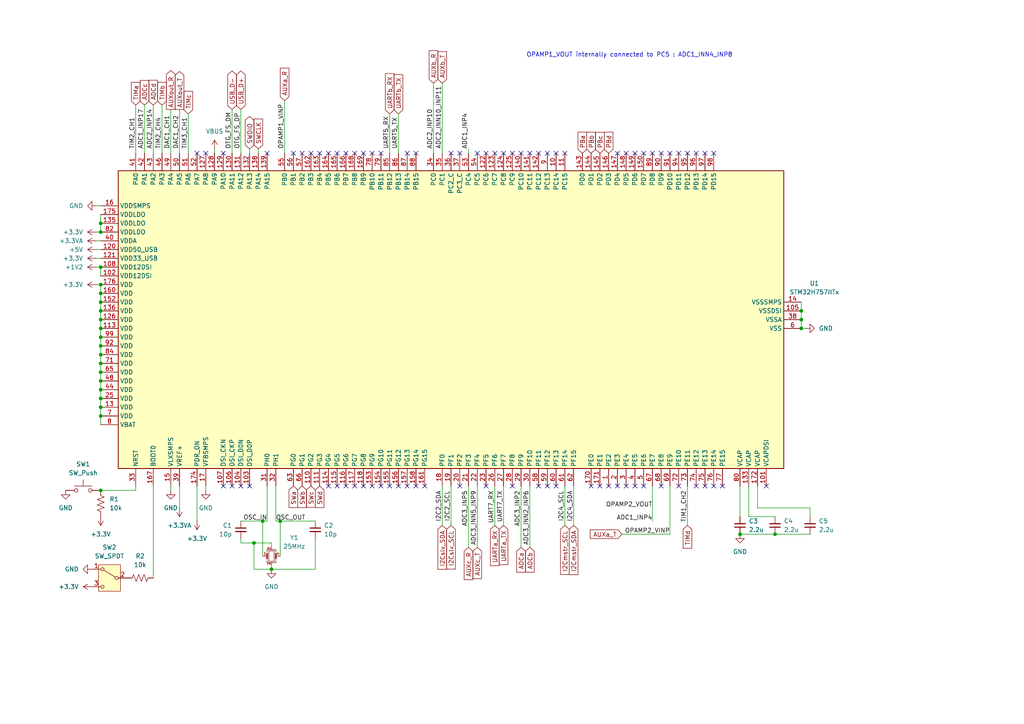
<source format=kicad_sch>
(kicad_sch (version 20250114) (generator "eeschema") (generator_version "9.0")
  (paper "A4")
  (lib_symbols
    (symbol "Device:C_Small" (pin_numbers (hide yes)) (pin_names (offset 0.254) (hide yes))
      (property "Reference" "C" (at 0.254 1.778 0))
      (property "Value" "C_Small" (at 0.254 -2.032 0))
      (symbol "C_Small_0_1"
        (polyline (pts (xy -1.524 0.508) (xy 1.524 0.508)) (stroke (width 0.3048)))
        (polyline (pts (xy -1.524 -0.508) (xy 1.524 -0.508)) (stroke (width 0.3302)))
      )
      (symbol "C_Small_1_1"
        (pin passive line (at 0 2.54 270) (length 2.032) (name "~") (number "1"))
        (pin passive line (at 0 -2.54 90) (length 2.032) (name "~") (number "2"))
      )
    )
    (symbol "Device:Crystal_GND23_Small" (pin_names (offset 1.016) (hide yes))
      (property "Reference" "Y" (at 1.27 4.445 0))
      (property "Value" "Crystal_GND23_Small" (at 1.27 2.54 0))
      (symbol "Crystal_GND23_Small_0_1"
        (polyline (pts (xy -1.27 1.27) (xy -1.27 1.905) (xy 1.27 1.905) (xy 1.27 1.27)))
        (polyline (pts (xy -1.27 -0.762) (xy -1.27 0.762)) (stroke (width 0.381)))
        (polyline (pts (xy -1.27 -1.27) (xy -1.27 -1.905) (xy 1.27 -1.905) (xy 1.27 -1.27)))
        (rectangle (start -0.762 -1.524) (end 0.762 1.524))
        (polyline (pts (xy 1.27 -0.762) (xy 1.27 0.762)) (stroke (width 0.381)))
      )
      (symbol "Crystal_GND23_Small_1_1"
        (pin passive line (at -2.54 0 0) (length 1.27) (name "1") (number "1"))
        (pin passive line (at 0 2.54 270) (length 0.635) (name "3") (number "3"))
        (pin passive line (at 0 -2.54 90) (length 0.635) (name "2") (number "2"))
        (pin passive line (at 2.54 0 180) (length 1.27) (name "4") (number "4"))
      )
    )
    (symbol "Device:R_US" (pin_numbers (hide yes)) (pin_names (offset 0))
      (property "Reference" "R" (at 2.54 0 90))
      (property "Value" "R_US" (at -2.54 0 90))
      (symbol "R_US_0_1"
        (polyline (pts (xy 0 2.286) (xy 0 2.54)))
        (polyline (pts (xy 0 2.286) (xy 1.016 1.905) (xy 0 1.524) (xy -1.016 1.143) (xy 0 0.762)))
        (polyline (pts (xy 0 0.762) (xy 1.016 0.381) (xy 0 0) (xy -1.016 -0.381) (xy 0 -0.762)))
        (polyline (pts (xy 0 -0.762) (xy 1.016 -1.143) (xy 0 -1.524) (xy -1.016 -1.905) (xy 0 -2.286)))
        (polyline (pts (xy 0 -2.286) (xy 0 -2.54)))
      )
      (symbol "R_US_1_1"
        (pin passive line (at 0 3.81 270) (length 1.27) (name "~") (number "1"))
        (pin passive line (at 0 -3.81 90) (length 1.27) (name "~") (number "2"))
      )
    )
    (symbol "MCU_ST_STM32H7:STM32H757IITx"
      (property "Reference" "U" (at -43.18 97.79 0))
      (property "Value" "STM32H757IITx" (at 35.56 97.79 0))
      (symbol "STM32H757IITx_0_1"
        (rectangle (start -43.18 -96.52) (end 43.18 96.52) (stroke (width 0.254)) (fill (type background)))
      )
      (symbol "STM32H757IITx_1_1"
        (pin input line (at -48.26 91.44 0) (length 5.08) (name "NRST") (number "33"))
        (pin input line (at -48.26 86.36 0) (length 5.08) (name "BOOT0") (number "167"))
        (pin power_in line (at -48.26 81.28 0) (length 5.08) (name "VLXSMPS") (number "15"))
        (pin input line (at -48.26 78.74 0) (length 5.08) (name "VREF+") (number "39"))
        (pin input line (at -48.26 73.66 0) (length 5.08) (name "PDR_ON") (number "174"))
        (pin input line (at -48.26 71.12 0) (length 5.08) (name "VFBSMPS") (number "17"))
        (pin bidirectional line (at -48.26 66.04 0) (length 5.08) (name "DSI_CKN") (number "107"))
        (pin bidirectional line (at -48.26 63.5 0) (length 5.08) (name "DSI_CKP") (number "106"))
        (pin bidirectional line (at -48.26 60.96 0) (length 5.08) (name "DSI_D0N") (number "104"))
        (pin bidirectional line (at -48.26 58.42 0) (length 5.08) (name "DSI_D0P") (number "103"))
        (pin bidirectional line (at -48.26 53.34 0) (length 5.08) (name "PH0") (number "31"))
        (pin bidirectional line (at -48.26 50.8 0) (length 5.08) (name "PH1") (number "32"))
        (pin bidirectional line (at -48.26 45.72 0) (length 5.08) (name "PG0") (number "63"))
        (pin bidirectional line (at -48.26 43.18 0) (length 5.08) (name "PG1") (number "66"))
        (pin bidirectional line (at -48.26 40.64 0) (length 5.08) (name "PG2") (number "110"))
        (pin bidirectional line (at -48.26 38.1 0) (length 5.08) (name "PG3") (number "111"))
        (pin bidirectional line (at -48.26 35.56 0) (length 5.08) (name "PG4") (number "114"))
        (pin bidirectional line (at -48.26 33.02 0) (length 5.08) (name "PG5") (number "115"))
        (pin bidirectional line (at -48.26 30.48 0) (length 5.08) (name "PG6") (number "116"))
        (pin bidirectional line (at -48.26 27.94 0) (length 5.08) (name "PG7") (number "117"))
        (pin bidirectional line (at -48.26 25.4 0) (length 5.08) (name "PG8") (number "118"))
        (pin bidirectional line (at -48.26 22.86 0) (length 5.08) (name "PG9") (number "153"))
        (pin bidirectional line (at -48.26 20.32 0) (length 5.08) (name "PG10") (number "154"))
        (pin bidirectional line (at -48.26 17.78 0) (length 5.08) (name "PG11") (number "155"))
        (pin bidirectional line (at -48.26 15.24 0) (length 5.08) (name "PG12") (number "156"))
        (pin bidirectional line (at -48.26 12.7 0) (length 5.08) (name "PG13") (number "157"))
        (pin bidirectional line (at -48.26 10.16 0) (length 5.08) (name "PG14") (number "158"))
        (pin bidirectional line (at -48.26 7.62 0) (length 5.08) (name "PG15") (number "161"))
        (pin bidirectional line (at -48.26 2.54 0) (length 5.08) (name "PF0") (number "18"))
        (pin bidirectional line (at -48.26 0 0) (length 5.08) (name "PF1") (number "19"))
        (pin bidirectional line (at -48.26 -2.54 0) (length 5.08) (name "PF2") (number "20"))
        (pin bidirectional line (at -48.26 -5.08 0) (length 5.08) (name "PF3") (number "21"))
        (pin bidirectional line (at -48.26 -7.62 0) (length 5.08) (name "PF4") (number "22"))
        (pin bidirectional line (at -48.26 -10.16 0) (length 5.08) (name "PF5") (number "23"))
        (pin bidirectional line (at -48.26 -12.7 0) (length 5.08) (name "PF6") (number "26"))
        (pin bidirectional line (at -48.26 -15.24 0) (length 5.08) (name "PF7") (number "27"))
        (pin bidirectional line (at -48.26 -17.78 0) (length 5.08) (name "PF8") (number "28"))
        (pin bidirectional line (at -48.26 -20.32 0) (length 5.08) (name "PF9") (number "29"))
        (pin bidirectional line (at -48.26 -22.86 0) (length 5.08) (name "PF10") (number "30"))
        (pin bidirectional line (at -48.26 -25.4 0) (length 5.08) (name "PF11") (number "58"))
        (pin bidirectional line (at -48.26 -27.94 0) (length 5.08) (name "PF12") (number "59"))
        (pin bidirectional line (at -48.26 -30.48 0) (length 5.08) (name "PF13") (number "60"))
        (pin bidirectional line (at -48.26 -33.02 0) (length 5.08) (name "PF14") (number "61"))
        (pin bidirectional line (at -48.26 -35.56 0) (length 5.08) (name "PF15") (number "62"))
        (pin bidirectional line (at -48.26 -40.64 0) (length 5.08) (name "PE0") (number "170"))
        (pin bidirectional line (at -48.26 -43.18 0) (length 5.08) (name "PE1") (number "171"))
        (pin bidirectional line (at -48.26 -45.72 0) (length 5.08) (name "PE2") (number "1"))
        (pin bidirectional line (at -48.26 -48.26 0) (length 5.08) (name "PE3") (number "2"))
        (pin bidirectional line (at -48.26 -50.8 0) (length 5.08) (name "PE4") (number "3"))
        (pin bidirectional line (at -48.26 -53.34 0) (length 5.08) (name "PE5") (number "4"))
        (pin bidirectional line (at -48.26 -55.88 0) (length 5.08) (name "PE6") (number "5"))
        (pin bidirectional line (at -48.26 -58.42 0) (length 5.08) (name "PE7") (number "67"))
        (pin bidirectional line (at -48.26 -60.96 0) (length 5.08) (name "PE8") (number "68"))
        (pin bidirectional line (at -48.26 -63.5 0) (length 5.08) (name "PE9") (number "69"))
        (pin bidirectional line (at -48.26 -66.04 0) (length 5.08) (name "PE10") (number "72"))
        (pin bidirectional line (at -48.26 -68.58 0) (length 5.08) (name "PE11") (number "73"))
        (pin bidirectional line (at -48.26 -71.12 0) (length 5.08) (name "PE12") (number "74"))
        (pin bidirectional line (at -48.26 -73.66 0) (length 5.08) (name "PE13") (number "75"))
        (pin bidirectional line (at -48.26 -76.2 0) (length 5.08) (name "PE14") (number "76"))
        (pin bidirectional line (at -48.26 -78.74 0) (length 5.08) (name "PE15") (number "77"))
        (pin power_out line (at -48.26 -83.82 0) (length 5.08) (name "VCAP") (number "80"))
        (pin power_out line (at -48.26 -86.36 0) (length 5.08) (name "VCAP") (number "133"))
        (pin power_out line (at -48.26 -88.9 0) (length 5.08) (name "VCAP") (number "172"))
        (pin power_out line (at -48.26 -91.44 0) (length 5.08) (name "VCAPDSI") (number "101"))
        (pin power_in line (at -30.48 101.6 270) (length 5.08) (name "VBAT") (number "8"))
        (pin power_in line (at -27.94 101.6 270) (length 5.08) (name "VDD") (number "7"))
        (pin power_in line (at -25.4 101.6 270) (length 5.08) (name "VDD") (number "13"))
        (pin power_in line (at -22.86 101.6 270) (length 5.08) (name "VDD") (number "25"))
        (pin power_in line (at -20.32 101.6 270) (length 5.08) (name "VDD") (number "44"))
        (pin power_in line (at -17.78 101.6 270) (length 5.08) (name "VDD") (number "48"))
        (pin power_in line (at -15.24 101.6 270) (length 5.08) (name "VDD") (number "65"))
        (pin power_in line (at -12.7 101.6 270) (length 5.08) (name "VDD") (number "71"))
        (pin power_in line (at -10.16 101.6 270) (length 5.08) (name "VDD") (number "84"))
        (pin power_in line (at -7.62 101.6 270) (length 5.08) (name "VDD") (number "92"))
        (pin power_in line (at -5.08 101.6 270) (length 5.08) (name "VDD") (number "99"))
        (pin power_in line (at -2.54 101.6 270) (length 5.08) (name "VDD") (number "113"))
        (pin passive line (at -2.54 -101.6 90) (length 5.08) (hide yes) (name "VSS") (number "100"))
        (pin passive line (at -2.54 -101.6 90) (length 5.08) (hide yes) (name "VSS") (number "112"))
        (pin passive line (at -2.54 -101.6 90) (length 5.08) (hide yes) (name "VSS") (number "119"))
        (pin passive line (at -2.54 -101.6 90) (length 5.08) (hide yes) (name "VSS") (number "12"))
        (pin passive line (at -2.54 -101.6 90) (length 5.08) (hide yes) (name "VSS") (number "134"))
        (pin passive line (at -2.54 -101.6 90) (length 5.08) (hide yes) (name "VSS") (number "137"))
        (pin passive line (at -2.54 -101.6 90) (length 5.08) (hide yes) (name "VSS") (number "151"))
        (pin passive line (at -2.54 -101.6 90) (length 5.08) (hide yes) (name "VSS") (number "159"))
        (pin passive line (at -2.54 -101.6 90) (length 5.08) (hide yes) (name "VSS") (number "173"))
        (pin passive line (at -2.54 -101.6 90) (length 5.08) (hide yes) (name "VSS") (number "24"))
        (pin passive line (at -2.54 -101.6 90) (length 5.08) (hide yes) (name "VSS") (number "45"))
        (pin passive line (at -2.54 -101.6 90) (length 5.08) (hide yes) (name "VSS") (number "47"))
        (pin power_in line (at -2.54 -101.6 90) (length 5.08) (name "VSS") (number "6"))
        (pin passive line (at -2.54 -101.6 90) (length 5.08) (hide yes) (name "VSS") (number "64"))
        (pin passive line (at -2.54 -101.6 90) (length 5.08) (hide yes) (name "VSS") (number "70"))
        (pin passive line (at -2.54 -101.6 90) (length 5.08) (hide yes) (name "VSS") (number "81"))
        (pin passive line (at -2.54 -101.6 90) (length 5.08) (hide yes) (name "VSS") (number "83"))
        (pin passive line (at -2.54 -101.6 90) (length 5.08) (hide yes) (name "VSS") (number "93"))
        (pin power_in line (at 0 101.6 270) (length 5.08) (name "VDD") (number "126"))
        (pin power_in line (at 0 -101.6 90) (length 5.08) (name "VSSA") (number "38"))
        (pin power_in line (at 2.54 101.6 270) (length 5.08) (name "VDD") (number "136"))
        (pin power_in line (at 2.54 -101.6 90) (length 5.08) (name "VSSDSI") (number "105"))
        (pin passive line (at 2.54 -101.6 90) (length 5.08) (hide yes) (name "VSSDSI") (number "109"))
        (pin power_in line (at 5.08 101.6 270) (length 5.08) (name "VDD") (number "152"))
        (pin power_in line (at 5.08 -101.6 90) (length 5.08) (name "VSSSMPS") (number "14"))
        (pin power_in line (at 7.62 101.6 270) (length 5.08) (name "VDD") (number "160"))
        (pin power_in line (at 10.16 101.6 270) (length 5.08) (name "VDD") (number "176"))
        (pin power_in line (at 12.7 101.6 270) (length 5.08) (name "VDD12DSI") (number "102"))
        (pin power_in line (at 15.24 101.6 270) (length 5.08) (name "VDD12DSI") (number "108"))
        (pin power_in line (at 17.78 101.6 270) (length 5.08) (name "VDD33_USB") (number "121"))
        (pin power_in line (at 20.32 101.6 270) (length 5.08) (name "VDD50_USB") (number "120"))
        (pin power_in line (at 22.86 101.6 270) (length 5.08) (name "VDDA") (number "40"))
        (pin power_in line (at 25.4 101.6 270) (length 5.08) (name "VDDLDO") (number "82"))
        (pin power_in line (at 27.94 101.6 270) (length 5.08) (name "VDDLDO") (number "135"))
        (pin power_in line (at 30.48 101.6 270) (length 5.08) (name "VDDLDO") (number "175"))
        (pin power_in line (at 33.02 101.6 270) (length 5.08) (name "VDDSMPS") (number "16"))
        (pin bidirectional line (at 48.26 91.44 180) (length 5.08) (name "PA0") (number "41"))
        (pin bidirectional line (at 48.26 88.9 180) (length 5.08) (name "PA1") (number "42"))
        (pin bidirectional line (at 48.26 86.36 180) (length 5.08) (name "PA2") (number "43"))
        (pin bidirectional line (at 48.26 83.82 180) (length 5.08) (name "PA3") (number "46"))
        (pin bidirectional line (at 48.26 81.28 180) (length 5.08) (name "PA4") (number "49"))
        (pin bidirectional line (at 48.26 78.74 180) (length 5.08) (name "PA5") (number "50"))
        (pin bidirectional line (at 48.26 76.2 180) (length 5.08) (name "PA6") (number "51"))
        (pin bidirectional line (at 48.26 73.66 180) (length 5.08) (name "PA7") (number "52"))
        (pin bidirectional line (at 48.26 71.12 180) (length 5.08) (name "PA8") (number "127"))
        (pin bidirectional line (at 48.26 68.58 180) (length 5.08) (name "PA9") (number "128"))
        (pin bidirectional line (at 48.26 66.04 180) (length 5.08) (name "PA10") (number "129"))
        (pin bidirectional line (at 48.26 63.5 180) (length 5.08) (name "PA11") (number "130"))
        (pin bidirectional line (at 48.26 60.96 180) (length 5.08) (name "PA12") (number "131"))
        (pin bidirectional line (at 48.26 58.42 180) (length 5.08) (name "PA13") (number "132"))
        (pin bidirectional line (at 48.26 55.88 180) (length 5.08) (name "PA14") (number "138"))
        (pin bidirectional line (at 48.26 53.34 180) (length 5.08) (name "PA15") (number "139"))
        (pin bidirectional line (at 48.26 48.26 180) (length 5.08) (name "PB0") (number "55"))
        (pin bidirectional line (at 48.26 45.72 180) (length 5.08) (name "PB1") (number "56"))
        (pin bidirectional line (at 48.26 43.18 180) (length 5.08) (name "PB2") (number "57"))
        (pin bidirectional line (at 48.26 40.64 180) (length 5.08) (name "PB3") (number "162"))
        (pin bidirectional line (at 48.26 38.1 180) (length 5.08) (name "PB4") (number "163"))
        (pin bidirectional line (at 48.26 35.56 180) (length 5.08) (name "PB5") (number "164"))
        (pin bidirectional line (at 48.26 33.02 180) (length 5.08) (name "PB6") (number "165"))
        (pin bidirectional line (at 48.26 30.48 180) (length 5.08) (name "PB7") (number "166"))
        (pin bidirectional line (at 48.26 27.94 180) (length 5.08) (name "PB8") (number "168"))
        (pin bidirectional line (at 48.26 25.4 180) (length 5.08) (name "PB9") (number "169"))
        (pin bidirectional line (at 48.26 22.86 180) (length 5.08) (name "PB10") (number "78"))
        (pin bidirectional line (at 48.26 20.32 180) (length 5.08) (name "PB11") (number "79"))
        (pin bidirectional line (at 48.26 17.78 180) (length 5.08) (name "PB12") (number "85"))
        (pin bidirectional line (at 48.26 15.24 180) (length 5.08) (name "PB13") (number "86"))
        (pin bidirectional line (at 48.26 12.7 180) (length 5.08) (name "PB14") (number "87"))
        (pin bidirectional line (at 48.26 10.16 180) (length 5.08) (name "PB15") (number "88"))
        (pin bidirectional line (at 48.26 5.08 180) (length 5.08) (name "PC0") (number "34"))
        (pin bidirectional line (at 48.26 2.54 180) (length 5.08) (name "PC1") (number "35"))
        (pin bidirectional line (at 48.26 0 180) (length 5.08) (name "PC2_C") (number "36"))
        (pin bidirectional line (at 48.26 -2.54 180) (length 5.08) (name "PC3_C") (number "37"))
        (pin bidirectional line (at 48.26 -5.08 180) (length 5.08) (name "PC4") (number "53"))
        (pin bidirectional line (at 48.26 -7.62 180) (length 5.08) (name "PC5") (number "54"))
        (pin bidirectional line (at 48.26 -10.16 180) (length 5.08) (name "PC6") (number "122"))
        (pin bidirectional line (at 48.26 -12.7 180) (length 5.08) (name "PC7") (number "123"))
        (pin bidirectional line (at 48.26 -15.24 180) (length 5.08) (name "PC8") (number "124"))
        (pin bidirectional line (at 48.26 -17.78 180) (length 5.08) (name "PC9") (number "125"))
        (pin bidirectional line (at 48.26 -20.32 180) (length 5.08) (name "PC10") (number "140"))
        (pin bidirectional line (at 48.26 -22.86 180) (length 5.08) (name "PC11") (number "141"))
        (pin bidirectional line (at 48.26 -25.4 180) (length 5.08) (name "PC12") (number "142"))
        (pin bidirectional line (at 48.26 -27.94 180) (length 5.08) (name "PC13") (number "9"))
        (pin bidirectional line (at 48.26 -30.48 180) (length 5.08) (name "PC14") (number "10"))
        (pin bidirectional line (at 48.26 -33.02 180) (length 5.08) (name "PC15") (number "11"))
        (pin bidirectional line (at 48.26 -38.1 180) (length 5.08) (name "PD0") (number "143"))
        (pin bidirectional line (at 48.26 -40.64 180) (length 5.08) (name "PD1") (number "144"))
        (pin bidirectional line (at 48.26 -43.18 180) (length 5.08) (name "PD2") (number "145"))
        (pin bidirectional line (at 48.26 -45.72 180) (length 5.08) (name "PD3") (number "146"))
        (pin bidirectional line (at 48.26 -48.26 180) (length 5.08) (name "PD4") (number "147"))
        (pin bidirectional line (at 48.26 -50.8 180) (length 5.08) (name "PD5") (number "148"))
        (pin bidirectional line (at 48.26 -53.34 180) (length 5.08) (name "PD6") (number "149"))
        (pin bidirectional line (at 48.26 -55.88 180) (length 5.08) (name "PD7") (number "150"))
        (pin bidirectional line (at 48.26 -58.42 180) (length 5.08) (name "PD8") (number "89"))
        (pin bidirectional line (at 48.26 -60.96 180) (length 5.08) (name "PD9") (number "90"))
        (pin bidirectional line (at 48.26 -63.5 180) (length 5.08) (name "PD10") (number "91"))
        (pin bidirectional line (at 48.26 -66.04 180) (length 5.08) (name "PD11") (number "94"))
        (pin bidirectional line (at 48.26 -68.58 180) (length 5.08) (name "PD12") (number "95"))
        (pin bidirectional line (at 48.26 -71.12 180) (length 5.08) (name "PD13") (number "96"))
        (pin bidirectional line (at 48.26 -73.66 180) (length 5.08) (name "PD14") (number "97"))
        (pin bidirectional line (at 48.26 -76.2 180) (length 5.08) (name "PD15") (number "98"))
      )
    )
    (symbol "Switch:SW_Push" (pin_numbers (hide yes)) (pin_names (offset 1.016) (hide yes))
      (property "Reference" "SW" (at 1.27 2.54 0))
      (property "Value" "SW_Push" (at 0 -1.524 0))
      (symbol "SW_Push_0_1"
        (circle (center -2.032 0) (radius 0.508))
        (polyline (pts (xy 0 1.27) (xy 0 3.048)))
        (circle (center 2.032 0) (radius 0.508))
        (polyline (pts (xy 2.54 1.27) (xy -2.54 1.27)))
        (pin passive line (at -5.08 0 0) (length 2.54) (name "1") (number "1"))
        (pin passive line (at 5.08 0 180) (length 2.54) (name "2") (number "2"))
      )
    )
    (symbol "Switch:SW_SPDT" (pin_names (offset 0) (hide yes))
      (property "Reference" "SW" (at 0 5.08 0))
      (property "Value" "SW_SPDT" (at 0 -5.08 0))
      (symbol "SW_SPDT_0_1"
        (circle (center -2.032 0) (radius 0.4572))
        (polyline (pts (xy -1.651 0.254) (xy 1.651 2.286)))
        (circle (center 2.032 2.54) (radius 0.4572))
        (circle (center 2.032 -2.54) (radius 0.4572))
      )
      (symbol "SW_SPDT_1_1"
        (rectangle (start -3.175 3.81) (end 3.175 -3.81) (fill (type background)))
        (pin passive line (at -5.08 0 0) (length 2.54) (name "B") (number "2"))
        (pin passive line (at 5.08 2.54 180) (length 2.54) (name "A") (number "1"))
        (pin passive line (at 5.08 -2.54 180) (length 2.54) (name "C") (number "3"))
      )
    )
    (symbol "power:+1V2" (power) (pin_numbers (hide yes)) (pin_names (offset 0) (hide yes))
      (property "Value" "+1V2" (at 0 3.556 0))
      (symbol "+1V2_0_1"
        (polyline (pts (xy -0.762 1.27) (xy 0 2.54)))
        (polyline (pts (xy 0 2.54) (xy 0.762 1.27)))
        (polyline (pts (xy 0 0) (xy 0 2.54)))
      )
      (symbol "+1V2_1_1"
        (pin power_in line (at 0 0 90) (length 0) (name "~") (number "1"))
      )
    )
    (symbol "power:+3.3V" (power) (pin_numbers (hide yes)) (pin_names (offset 0) (hide yes))
      (property "Value" "+3.3V" (at 0 3.556 0))
      (symbol "+3.3V_0_1"
        (polyline (pts (xy -0.762 1.27) (xy 0 2.54)))
        (polyline (pts (xy 0 2.54) (xy 0.762 1.27)))
        (polyline (pts (xy 0 0) (xy 0 2.54)))
      )
      (symbol "+3.3V_1_1"
        (pin power_in line (at 0 0 90) (length 0) (name "~") (number "1"))
      )
    )
    (symbol "power:+3.3VA" (power) (pin_numbers (hide yes)) (pin_names (offset 0) (hide yes))
      (property "Value" "+3.3VA" (at 0 3.556 0))
      (symbol "+3.3VA_0_1"
        (polyline (pts (xy -0.762 1.27) (xy 0 2.54)))
        (polyline (pts (xy 0 2.54) (xy 0.762 1.27)))
        (polyline (pts (xy 0 0) (xy 0 2.54)))
      )
      (symbol "+3.3VA_1_1"
        (pin power_in line (at 0 0 90) (length 0) (name "~") (number "1"))
      )
    )
    (symbol "power:+5V" (power) (pin_numbers (hide yes)) (pin_names (offset 0) (hide yes))
      (property "Value" "+5V" (at 0 3.556 0))
      (symbol "+5V_0_1"
        (polyline (pts (xy -0.762 1.27) (xy 0 2.54)))
        (polyline (pts (xy 0 2.54) (xy 0.762 1.27)))
        (polyline (pts (xy 0 0) (xy 0 2.54)))
      )
      (symbol "+5V_1_1"
        (pin power_in line (at 0 0 90) (length 0) (name "~") (number "1"))
      )
    )
    (symbol "power:GND" (power) (pin_numbers (hide yes)) (pin_names (offset 0) (hide yes))
      (property "Value" "GND" (at 0 -3.81 0))
      (symbol "GND_0_1"
        (polyline (pts (xy 0 0) (xy 0 -1.27) (xy 1.27 -1.27) (xy 0 -2.54) (xy -1.27 -1.27) (xy 0 -1.27)))
      )
      (symbol "GND_1_1"
        (pin power_in line (at 0 0 270) (length 0) (name "~") (number "1"))
      )
    )
    (symbol "power:VBUS" (power) (pin_numbers (hide yes)) (pin_names (offset 0) (hide yes))
      (property "Value" "VBUS" (at 0 3.556 0))
      (symbol "VBUS_0_1"
        (polyline (pts (xy -0.762 1.27) (xy 0 2.54)))
        (polyline (pts (xy 0 2.54) (xy 0.762 1.27)))
        (polyline (pts (xy 0 0) (xy 0 2.54)))
      )
      (symbol "VBUS_1_1"
        (pin power_in line (at 0 0 90) (length 0) (name "~") (number "1"))
      )
    )
  )
  (text "OPAMP1_VOUT internally connected to PC5 : ADC1_INN4_INP8" (at 152.654 16.002 0) (effects (font (size 1.27 1.27)) (justify left)))
  (junction (at 29.21 120.65))
  (junction (at 29.21 97.79))
  (junction (at 29.21 85.09))
  (junction (at 73.66 157.48))
  (junction (at 29.21 64.77))
  (junction (at 29.21 118.11))
  (junction (at 29.21 102.87))
  (junction (at 224.79 154.94))
  (junction (at 232.41 92.71))
  (junction (at 78.74 165.1))
  (junction (at 29.21 92.71))
  (junction (at 29.21 110.49))
  (junction (at 29.21 107.95))
  (junction (at 29.21 90.17))
  (junction (at 232.41 90.17))
  (junction (at 214.63 154.94))
  (junction (at 29.21 95.25))
  (junction (at 232.41 95.25))
  (junction (at 29.21 87.63))
  (junction (at 29.21 113.03))
  (junction (at 29.21 115.57))
  (junction (at 29.21 142.24))
  (junction (at 29.21 105.41))
  (junction (at 29.21 77.47))
  (junction (at 81.28 151.13))
  (junction (at 29.21 100.33))
  (junction (at 76.2 151.13))
  (junction (at 29.21 67.31))
  (junction (at 29.21 82.55))
  (no_connect (at 90.17 44.45))
  (no_connect (at 171.45 140.97))
  (no_connect (at 201.93 140.97))
  (no_connect (at 105.41 140.97))
  (no_connect (at 113.03 140.97))
  (no_connect (at 209.55 140.97))
  (no_connect (at 105.41 44.45))
  (no_connect (at 146.05 44.45))
  (no_connect (at 163.83 44.45))
  (no_connect (at 107.95 140.97))
  (no_connect (at 196.85 140.97))
  (no_connect (at 140.97 44.45))
  (no_connect (at 92.71 44.45))
  (no_connect (at 148.59 140.97))
  (no_connect (at 181.61 44.45))
  (no_connect (at 64.77 44.45))
  (no_connect (at 181.61 140.97))
  (no_connect (at 161.29 44.45))
  (no_connect (at 184.15 44.45))
  (no_connect (at 207.01 44.45))
  (no_connect (at 158.75 140.97))
  (no_connect (at 95.25 44.45))
  (no_connect (at 176.53 140.97))
  (no_connect (at 179.07 44.45))
  (no_connect (at 72.39 140.97))
  (no_connect (at 207.01 140.97))
  (no_connect (at 204.47 44.45))
  (no_connect (at 77.47 44.45))
  (no_connect (at 196.85 44.45))
  (no_connect (at 118.11 44.45))
  (no_connect (at 173.99 140.97))
  (no_connect (at 133.35 44.45))
  (no_connect (at 140.97 140.97))
  (no_connect (at 201.93 44.45))
  (no_connect (at 138.43 44.45))
  (no_connect (at 153.67 44.45))
  (no_connect (at 67.31 140.97))
  (no_connect (at 100.33 140.97))
  (no_connect (at 110.49 44.45))
  (no_connect (at 107.95 44.45))
  (no_connect (at 199.39 44.45))
  (no_connect (at 69.85 140.97))
  (no_connect (at 102.87 140.97))
  (no_connect (at 123.19 140.97))
  (no_connect (at 222.25 140.97))
  (no_connect (at 95.25 140.97))
  (no_connect (at 118.11 140.97))
  (no_connect (at 97.79 44.45))
  (no_connect (at 191.77 44.45))
  (no_connect (at 120.65 44.45))
  (no_connect (at 179.07 140.97))
  (no_connect (at 115.57 140.97))
  (no_connect (at 189.23 44.45))
  (no_connect (at 87.63 44.45))
  (no_connect (at 102.87 44.45))
  (no_connect (at 110.49 140.97))
  (no_connect (at 97.79 140.97))
  (no_connect (at 120.65 140.97))
  (no_connect (at 158.75 44.45))
  (no_connect (at 151.13 44.45))
  (no_connect (at 186.69 140.97))
  (no_connect (at 186.69 44.45))
  (no_connect (at 133.35 140.97))
  (no_connect (at 194.31 44.45))
  (no_connect (at 204.47 140.97))
  (no_connect (at 143.51 44.45))
  (no_connect (at 64.77 140.97))
  (no_connect (at 148.59 44.45))
  (no_connect (at 57.15 44.45))
  (no_connect (at 156.21 44.45))
  (no_connect (at 156.21 140.97))
  (no_connect (at 184.15 140.97))
  (no_connect (at 130.81 44.45))
  (no_connect (at 59.69 44.45))
  (no_connect (at 161.29 140.97))
  (no_connect (at 100.33 44.45))
  (no_connect (at 85.09 44.45))
  (no_connect (at 191.77 140.97))
  (wire (pts (xy 91.44 156.21) (xy 91.44 165.1)))
  (wire (pts (xy 166.37 152.4) (xy 166.37 140.97)))
  (wire (pts (xy 29.21 110.49) (xy 29.21 113.03)))
  (wire (pts (xy 115.57 33.02) (xy 115.57 44.45)))
  (wire (pts (xy 189.23 140.97) (xy 189.23 151.13)))
  (wire (pts (xy 49.53 142.24) (xy 49.53 140.97)))
  (wire (pts (xy 29.21 64.77) (xy 29.21 67.31)))
  (wire (pts (xy 39.37 30.48) (xy 39.37 44.45)))
  (wire (pts (xy 74.93 43.18) (xy 74.93 44.45)))
  (wire (pts (xy 135.89 140.97) (xy 135.89 158.75)))
  (wire (pts (xy 29.21 102.87) (xy 29.21 105.41)))
  (wire (pts (xy 67.31 31.75) (xy 67.31 44.45)))
  (wire (pts (xy 113.03 33.02) (xy 113.03 44.45)))
  (wire (pts (xy 29.21 77.47) (xy 29.21 80.01)))
  (wire (pts (xy 78.74 165.1) (xy 78.74 163.83)))
  (wire (pts (xy 69.85 151.13) (xy 76.2 151.13)))
  (wire (pts (xy 91.44 165.1) (xy 78.74 165.1)))
  (wire (pts (xy 76.2 151.13) (xy 76.2 161.29)))
  (wire (pts (xy 77.47 151.13) (xy 76.2 151.13)))
  (wire (pts (xy 80.01 140.97) (xy 80.01 151.13)))
  (wire (pts (xy 27.94 59.69) (xy 29.21 59.69)))
  (wire (pts (xy 151.13 140.97) (xy 151.13 158.75)))
  (wire (pts (xy 44.45 140.97) (xy 44.45 167.64)))
  (wire (pts (xy 125.73 24.13) (xy 125.73 44.45)))
  (wire (pts (xy 232.41 90.17) (xy 232.41 87.63)))
  (wire (pts (xy 29.21 62.23) (xy 29.21 64.77)))
  (wire (pts (xy 29.21 105.41) (xy 29.21 107.95)))
  (wire (pts (xy 78.74 157.48) (xy 78.74 158.75)))
  (wire (pts (xy 135.89 43.18) (xy 135.89 44.45)))
  (wire (pts (xy 163.83 140.97) (xy 163.83 152.4)))
  (wire (pts (xy 233.68 95.25) (xy 232.41 95.25)))
  (wire (pts (xy 27.94 82.55) (xy 29.21 82.55)))
  (wire (pts (xy 130.81 152.4) (xy 130.81 140.97)))
  (wire (pts (xy 52.07 147.32) (xy 52.07 140.97)))
  (wire (pts (xy 217.17 140.97) (xy 217.17 149.86)))
  (wire (pts (xy 82.55 29.21) (xy 82.55 44.45)))
  (wire (pts (xy 91.44 151.13) (xy 81.28 151.13)))
  (wire (pts (xy 29.21 92.71) (xy 29.21 95.25)))
  (wire (pts (xy 73.66 157.48) (xy 73.66 165.1)))
  (wire (pts (xy 52.07 31.75) (xy 52.07 44.45)))
  (wire (pts (xy 27.94 77.47) (xy 29.21 77.47)))
  (wire (pts (xy 29.21 87.63) (xy 29.21 90.17)))
  (wire (pts (xy 199.39 152.4) (xy 199.39 140.97)))
  (wire (pts (xy 69.85 156.21) (xy 69.85 157.48)))
  (wire (pts (xy 44.45 30.48) (xy 44.45 44.45)))
  (wire (pts (xy 49.53 31.75) (xy 49.53 44.45)))
  (wire (pts (xy 138.43 140.97) (xy 138.43 158.75)))
  (wire (pts (xy 219.71 140.97) (xy 219.71 147.32)))
  (wire (pts (xy 214.63 140.97) (xy 214.63 149.86)))
  (wire (pts (xy 29.21 113.03) (xy 29.21 115.57)))
  (wire (pts (xy 29.21 82.55) (xy 29.21 85.09)))
  (wire (pts (xy 29.21 97.79) (xy 29.21 100.33)))
  (wire (pts (xy 54.61 33.02) (xy 54.61 44.45)))
  (wire (pts (xy 27.94 72.39) (xy 29.21 72.39)))
  (wire (pts (xy 224.79 154.94) (xy 234.95 154.94)))
  (wire (pts (xy 146.05 140.97) (xy 146.05 152.4)))
  (wire (pts (xy 29.21 118.11) (xy 29.21 120.65)))
  (wire (pts (xy 217.17 149.86) (xy 224.79 149.86)))
  (wire (pts (xy 39.37 142.24) (xy 39.37 140.97)))
  (wire (pts (xy 57.15 151.13) (xy 57.15 140.97)))
  (wire (pts (xy 29.21 95.25) (xy 29.21 97.79)))
  (wire (pts (xy 41.91 30.48) (xy 41.91 44.45)))
  (wire (pts (xy 232.41 92.71) (xy 232.41 90.17)))
  (wire (pts (xy 29.21 67.31) (xy 27.94 67.31)))
  (wire (pts (xy 29.21 120.65) (xy 29.21 123.19)))
  (wire (pts (xy 62.23 43.18) (xy 62.23 44.45)))
  (wire (pts (xy 128.27 24.13) (xy 128.27 44.45)))
  (wire (pts (xy 29.21 107.95) (xy 29.21 110.49)))
  (wire (pts (xy 69.85 31.75) (xy 69.85 44.45)))
  (wire (pts (xy 80.01 151.13) (xy 81.28 151.13)))
  (wire (pts (xy 69.85 157.48) (xy 73.66 157.48)))
  (wire (pts (xy 73.66 165.1) (xy 78.74 165.1)))
  (wire (pts (xy 234.95 147.32) (xy 234.95 149.86)))
  (wire (pts (xy 27.94 69.85) (xy 29.21 69.85)))
  (wire (pts (xy 128.27 140.97) (xy 128.27 152.4)))
  (wire (pts (xy 46.99 30.48) (xy 46.99 44.45)))
  (wire (pts (xy 29.21 142.24) (xy 39.37 142.24)))
  (wire (pts (xy 59.69 142.24) (xy 59.69 140.97)))
  (wire (pts (xy 72.39 43.18) (xy 72.39 44.45)))
  (wire (pts (xy 27.94 74.93) (xy 29.21 74.93)))
  (wire (pts (xy 81.28 151.13) (xy 81.28 161.29)))
  (wire (pts (xy 77.47 140.97) (xy 77.47 151.13)))
  (wire (pts (xy 194.31 154.94) (xy 194.31 140.97)))
  (wire (pts (xy 78.74 157.48) (xy 73.66 157.48)))
  (wire (pts (xy 219.71 147.32) (xy 234.95 147.32)))
  (wire (pts (xy 29.21 115.57) (xy 29.21 118.11)))
  (wire (pts (xy 153.67 158.75) (xy 153.67 140.97)))
  (wire (pts (xy 29.21 85.09) (xy 29.21 87.63)))
  (wire (pts (xy 143.51 140.97) (xy 143.51 152.4)))
  (wire (pts (xy 29.21 100.33) (xy 29.21 102.87)))
  (wire (pts (xy 232.41 95.25) (xy 232.41 92.71)))
  (wire (pts (xy 180.34 154.94) (xy 194.31 154.94)))
  (wire (pts (xy 214.63 154.94) (xy 224.79 154.94)))
  (wire (pts (xy 29.21 90.17) (xy 29.21 92.71)))
  (label "ADC3_INP2" (at 151.13 142.24 270))
  (label "I2C2_SCL" (at 130.81 142.24 270))
  (label "DAC1_CH2" (at 52.07 43.18 90))
  (label "TIM1_CH2" (at 199.39 142.24 270))
  (label "OPAMP2_VOUT" (at 189.23 147.32 180))
  (label "TIM3_CH1" (at 54.61 43.18 90))
  (label "ADC3_INN5_INP9" (at 138.43 142.24 270))
  (label "TIM2_CH4" (at 46.99 43.18 90))
  (label "TIM2_CH1" (at 39.37 43.18 90))
  (label "UART5_RX" (at 113.03 43.18 90))
  (label "OSC_OUT" (at 80.01 151.13 0))
  (label "ADC2_INP14" (at 44.45 43.18 90))
  (label "UART7_RX" (at 143.51 142.24 270))
  (label "UART5_TX" (at 115.57 43.18 90))
  (label "ADC3_INP5" (at 135.89 142.24 270))
  (label "OPAMP1_VINP" (at 82.55 43.18 90))
  (label "UART7_TX" (at 146.05 142.24 270))
  (label "DAC1_CH1" (at 49.53 43.18 90))
  (label "ADC2_INP10" (at 125.73 43.18 90))
  (label "OTG_FS_DM" (at 67.31 43.18 90))
  (label "OSC_IN" (at 77.47 151.13 180))
  (label "I2C4_SDA" (at 166.37 142.24 270))
  (label "OPAMP2_VINP" (at 194.31 154.94 180))
  (label "ADC2_INN10_INP11" (at 128.27 43.18 90))
  (label "OTG_FS_DP" (at 69.85 43.18 90))
  (label "ADC3_INN2_INP6" (at 153.67 142.24 270))
  (label "ADC1_INP4" (at 135.89 43.18 90))
  (label "I2C4_SCL" (at 163.83 142.24 270))
  (label "I2C2_SDA" (at 128.27 142.24 270))
  (label "ADC1_INP17" (at 41.91 43.18 90))
  (label "ADC1_INP4" (at 189.23 151.13 180))
  (global_label "TIMb" (shape input) (at 46.99 30.48 90) (property "Intersheetrefs" "${INTERSHEET_REFS}" (effects (hide yes))))
  (global_label "ADCd" (shape input) (at 44.45 30.48 90) (property "Intersheetrefs" "${INTERSHEET_REFS}" (effects (hide yes))))
  (global_label "UARTa_TX" (shape input) (at 146.05 152.4 270) (property "Intersheetrefs" "${INTERSHEET_REFS}" (effects (hide yes))))
  (global_label "AUXc_T" (shape input) (at 138.43 158.75 270) (property "Intersheetrefs" "${INTERSHEET_REFS}" (effects (hide yes))))
  (global_label "I2Cslv_SDA" (shape input) (at 128.27 152.4 270) (property "Intersheetrefs" "${INTERSHEET_REFS}" (effects (hide yes))))
  (global_label "AUXa_R" (shape input) (at 82.55 29.21 90) (property "Intersheetrefs" "${INTERSHEET_REFS}" (effects (hide yes))))
  (global_label "I2Cslv_SCL" (shape input) (at 130.81 152.4 270) (property "Intersheetrefs" "${INTERSHEET_REFS}" (effects (hide yes))))
  (global_label "SWCLK" (shape input) (at 74.93 43.18 90) (property "Intersheetrefs" "${INTERSHEET_REFS}" (effects (hide yes))))
  (global_label "ADCa" (shape input) (at 151.13 158.75 270) (property "Intersheetrefs" "${INTERSHEET_REFS}" (effects (hide yes))))
  (global_label "SWDIO" (shape bidirectional) (at 72.39 43.18 90) (property "Intersheetrefs" "${INTERSHEET_REFS}" (effects (hide yes))))
  (global_label "PBd" (shape input) (at 176.53 44.45 90) (property "Intersheetrefs" "${INTERSHEET_REFS}" (effects (hide yes))))
  (global_label "I2Cmstr_SCL" (shape input) (at 163.83 152.4 270) (property "Intersheetrefs" "${INTERSHEET_REFS}" (effects (hide yes))))
  (global_label "UARTa_RX" (shape input) (at 143.51 152.4 270) (property "Intersheetrefs" "${INTERSHEET_REFS}" (effects (hide yes))))
  (global_label "SWd" (shape input) (at 92.71 140.97 270) (property "Intersheetrefs" "${INTERSHEET_REFS}" (effects (hide yes))))
  (global_label "ADCb" (shape input) (at 153.67 158.75 270) (property "Intersheetrefs" "${INTERSHEET_REFS}" (effects (hide yes))))
  (global_label "SWc" (shape input) (at 90.17 140.97 270) (property "Intersheetrefs" "${INTERSHEET_REFS}" (effects (hide yes))))
  (global_label "TIMc" (shape input) (at 54.61 33.02 90) (property "Intersheetrefs" "${INTERSHEET_REFS}" (effects (hide yes))))
  (global_label "PBc" (shape input) (at 173.99 44.45 90) (property "Intersheetrefs" "${INTERSHEET_REFS}" (effects (hide yes))))
  (global_label "SWb" (shape input) (at 87.63 140.97 270) (property "Intersheetrefs" "${INTERSHEET_REFS}" (effects (hide yes))))
  (global_label "AUXout_T" (shape output) (at 52.07 31.75 90) (property "Intersheetrefs" "${INTERSHEET_REFS}" (effects (hide yes))))
  (global_label "I2Cmstr_SDA" (shape input) (at 166.37 152.4 270) (property "Intersheetrefs" "${INTERSHEET_REFS}" (effects (hide yes))))
  (global_label "AUXc_R" (shape input) (at 135.89 158.75 270) (property "Intersheetrefs" "${INTERSHEET_REFS}" (effects (hide yes))))
  (global_label "AUXa_T" (shape input) (at 180.34 154.94 180) (property "Intersheetrefs" "${INTERSHEET_REFS}" (effects (hide yes))))
  (global_label "UARTb_TX" (shape input) (at 115.57 33.02 90) (property "Intersheetrefs" "${INTERSHEET_REFS}" (effects (hide yes))))
  (global_label "ADCc" (shape input) (at 41.91 30.48 90) (property "Intersheetrefs" "${INTERSHEET_REFS}" (effects (hide yes))))
  (global_label "AUXout_R" (shape output) (at 49.53 31.75 90) (property "Intersheetrefs" "${INTERSHEET_REFS}" (effects (hide yes))))
  (global_label "USB_D-" (shape bidirectional) (at 67.31 31.75 90) (property "Intersheetrefs" "${INTERSHEET_REFS}" (effects (hide yes))))
  (global_label "TIMd" (shape input) (at 199.39 152.4 270) (property "Intersheetrefs" "${INTERSHEET_REFS}" (effects (hide yes))))
  (global_label "SWa" (shape input) (at 85.09 140.97 270) (property "Intersheetrefs" "${INTERSHEET_REFS}" (effects (hide yes))))
  (global_label "TIMa" (shape input) (at 39.37 30.48 90) (property "Intersheetrefs" "${INTERSHEET_REFS}" (effects (hide yes))))
  (global_label "AUXb_R" (shape input) (at 125.73 24.13 90) (property "Intersheetrefs" "${INTERSHEET_REFS}" (effects (hide yes))))
  (global_label "UARTb_RX" (shape input) (at 113.03 33.02 90) (property "Intersheetrefs" "${INTERSHEET_REFS}" (effects (hide yes))))
  (global_label "AUXb_T" (shape input) (at 128.27 24.13 90) (property "Intersheetrefs" "${INTERSHEET_REFS}" (effects (hide yes))))
  (global_label "PBb" (shape input) (at 171.45 44.45 90) (property "Intersheetrefs" "${INTERSHEET_REFS}" (effects (hide yes))))
  (global_label "PBa" (shape input) (at 168.91 44.45 90) (property "Intersheetrefs" "${INTERSHEET_REFS}" (effects (hide yes))))
  (global_label "USB_D+" (shape bidirectional) (at 69.85 31.75 90) (property "Intersheetrefs" "${INTERSHEET_REFS}" (effects (hide yes))))
  (symbol (lib_id "Device:R_US") (at 29.21 146.05 0) (unit 1)
    (property "Reference" "R1" (at 31.75 144.7799 0) (effects (justify left)))
    (property "Value" "10k" (at 31.75 147.3199 0) (effects (justify left)))
    (property "Description" "Resistor, US symbol" (effects (hide yes)))
  )
  (symbol (lib_id "Device:R_US") (at 40.64 167.64 90) (unit 1)
    (property "Reference" "R2" (at 40.64 161.29 90))
    (property "Value" "10k" (at 40.64 163.83 90))
    (property "Description" "Resistor, US symbol" (effects (hide yes)))
  )
  (symbol (lib_id "Device:C_Small") (at 224.79 152.4 180) (unit 1)
    (property "Reference" "C4" (at 227.33 151.1235 0) (effects (justify right)))
    (property "Value" "2.2u" (at 227.33 153.6635 0) (effects (justify right)))
    (property "Description" "Unpolarized capacitor, small symbol" (effects (hide yes)))
  )
  (symbol (lib_id "power:+3.3V") (at 27.94 67.31 90) (unit 1)
    (property "Reference" "#PWR05" (effects (hide yes)))
    (property "Value" "+3.3V" (at 24.13 67.3099 90) (effects (justify left)))
    (property "Description" "Power symbol creates a global label with name \"+3.3V\"" (effects (hide yes)))
  )
  (symbol (lib_id "power:VBUS") (at 62.23 43.18 0) (unit 1)
    (property "Reference" "#PWR016" (effects (hide yes)))
    (property "Value" "VBUS" (at 62.23 38.1 0))
    (property "Description" "Power symbol creates a global label with name \"VBUS\"" (effects (hide yes)))
  )
  (symbol (lib_id "Device:C_Small") (at 69.85 153.67 0) (mirror y) (unit 1)
    (property "Reference" "C1" (at 67.31 152.4062 0) (effects (justify left)))
    (property "Value" "10p" (at 67.31 154.9462 0) (effects (justify left)))
    (property "Description" "Unpolarized capacitor, small symbol" (effects (hide yes)))
  )
  (symbol (lib_id "power:GND") (at 214.63 154.94 0) (unit 1)
    (property "Reference" "#PWR018" (effects (hide yes)))
    (property "Value" "GND" (at 214.63 160.02 0))
    (property "Description" "Power symbol creates a global label with name \"GND\" , ground" (effects (hide yes)))
  )
  (symbol (lib_id "power:+3.3V") (at 27.94 82.55 90) (unit 1)
    (property "Reference" "#PWR010" (effects (hide yes)))
    (property "Value" "+3.3V" (at 24.13 82.5499 90) (effects (justify left)))
    (property "Description" "Power symbol creates a global label with name \"+3.3V\"" (effects (hide yes)))
  )
  (symbol (lib_id "power:+3.3V") (at 26.67 170.18 90) (unit 1)
    (property "Reference" "#PWR03" (effects (hide yes)))
    (property "Value" "+3.3V" (at 22.86 170.1799 90) (effects (justify left)))
    (property "Description" "Power symbol creates a global label with name \"+3.3V\"" (effects (hide yes)))
  )
  (symbol (lib_id "power:+3.3VA") (at 52.07 147.32 180) (unit 1)
    (property "Reference" "#PWR013" (effects (hide yes)))
    (property "Value" "+3.3VA" (at 52.07 152.4 0))
    (property "Description" "Power symbol creates a global label with name \"+3.3VA\"" (effects (hide yes)))
  )
  (symbol (lib_id "power:GND") (at 78.74 165.1 0) (unit 1)
    (property "Reference" "#PWR017" (effects (hide yes)))
    (property "Value" "GND" (at 78.74 170.18 0))
    (property "Description" "Power symbol creates a global label with name \"GND\" , ground" (effects (hide yes)))
  )
  (symbol (lib_id "Device:C_Small") (at 234.95 152.4 180) (unit 1)
    (property "Reference" "C5" (at 237.49 151.1235 0) (effects (justify right)))
    (property "Value" "2.2u" (at 237.49 153.6635 0) (effects (justify right)))
    (property "Description" "Unpolarized capacitor, small symbol" (effects (hide yes)))
  )
  (symbol (lib_id "power:+5V") (at 27.94 72.39 90) (unit 1)
    (property "Reference" "#PWR07" (effects (hide yes)))
    (property "Value" "+5V" (at 24.13 72.3899 90) (effects (justify left)))
    (property "Description" "Power symbol creates a global label with name \"+5V\"" (effects (hide yes)))
  )
  (symbol (lib_id "Device:C_Small") (at 91.44 153.67 0) (unit 1)
    (property "Reference" "C2" (at 93.98 152.4062 0) (effects (justify left)))
    (property "Value" "10p" (at 93.98 154.9462 0) (effects (justify left)))
    (property "Description" "Unpolarized capacitor, small symbol" (effects (hide yes)))
  )
  (symbol (lib_id "power:+3.3VA") (at 27.94 69.85 90) (unit 1)
    (property "Reference" "#PWR06" (effects (hide yes)))
    (property "Value" "+3.3VA" (at 24.13 69.8499 90) (effects (justify left)))
    (property "Description" "Power symbol creates a global label with name \"+3.3VA\"" (effects (hide yes)))
  )
  (symbol (lib_id "Device:Crystal_GND23_Small") (at 78.74 161.29 0) (unit 1)
    (property "Reference" "Y1" (at 85.344 155.956 0))
    (property "Value" "25MHz" (at 85.344 158.496 0))
    (property "Description" "Four pin crystal, GND on pins 2 and 3, small symbol" (effects (hide yes)))
  )
  (symbol (lib_id "power:GND") (at 19.05 142.24 0) (unit 1)
    (property "Reference" "#PWR01" (effects (hide yes)))
    (property "Value" "GND" (at 19.05 147.32 0))
    (property "Description" "Power symbol creates a global label with name \"GND\" , ground" (effects (hide yes)))
  )
  (symbol (lib_id "Device:C_Small") (at 214.63 152.4 180) (unit 1)
    (property "Reference" "C3" (at 217.17 151.1235 0) (effects (justify right)))
    (property "Value" "2.2u" (at 217.17 153.6635 0) (effects (justify right)))
    (property "Description" "Unpolarized capacitor, small symbol" (effects (hide yes)))
  )
  (symbol (lib_id "power:GND") (at 59.69 142.24 0) (unit 1)
    (property "Reference" "#PWR015" (effects (hide yes)))
    (property "Value" "GND" (at 59.69 147.32 0))
    (property "Description" "Power symbol creates a global label with name \"GND\" , ground" (effects (hide yes)))
  )
  (symbol (lib_id "power:GND") (at 49.53 142.24 0) (unit 1)
    (property "Reference" "#PWR012" (effects (hide yes)))
    (property "Value" "GND" (at 49.53 147.32 0))
    (property "Description" "Power symbol creates a global label with name \"GND\" , ground" (effects (hide yes)))
  )
  (symbol (lib_id "power:GND") (at 233.68 95.25 90) (unit 1)
    (property "Reference" "#PWR019" (effects (hide yes)))
    (property "Value" "GND" (at 237.49 95.2499 90) (effects (justify right)))
    (property "Description" "Power symbol creates a global label with name \"GND\" , ground" (effects (hide yes)))
  )
  (symbol (lib_id "power:GND") (at 26.67 165.1 270) (unit 1)
    (property "Reference" "#PWR02" (effects (hide yes)))
    (property "Value" "GND" (at 22.86 165.0999 90) (effects (justify right)))
    (property "Description" "Power symbol creates a global label with name \"GND\" , ground" (effects (hide yes)))
  )
  (symbol (lib_id "power:+3.3V") (at 57.15 151.13 180) (unit 1)
    (property "Reference" "#PWR014" (effects (hide yes)))
    (property "Value" "+3.3V" (at 57.15 156.21 0))
    (property "Description" "Power symbol creates a global label with name \"+3.3V\"" (effects (hide yes)))
  )
  (symbol (lib_id "power:+1V2") (at 27.94 77.47 90) (unit 1)
    (property "Reference" "#PWR09" (effects (hide yes)))
    (property "Value" "+1V2" (at 24.13 77.4699 90) (effects (justify left)))
    (property "Description" "Power symbol creates a global label with name \"+1V2\"" (effects (hide yes)))
  )
  (symbol (lib_id "Switch:SW_SPDT") (at 31.75 167.64 0) (mirror y) (unit 1)
    (property "Reference" "SW2" (at 31.75 158.75 0))
    (property "Value" "SW_SPDT" (at 31.75 161.29 0))
    (property "Description" "Switch, single pole double throw" (effects (hide yes)))
  )
  (symbol (lib_id "power:+3.3V") (at 29.21 149.86 180) (unit 1)
    (property "Reference" "#PWR011" (effects (hide yes)))
    (property "Value" "+3.3V" (at 29.21 154.94 0))
    (property "Description" "Power symbol creates a global label with name \"+3.3V\"" (effects (hide yes)))
  )
  (symbol (lib_id "Switch:SW_Push") (at 24.13 142.24 0) (unit 1)
    (property "Reference" "SW1" (at 24.13 134.62 0))
    (property "Value" "SW_Push" (at 24.13 137.16 0))
    (property "Description" "Push button switch, generic, two pins" (effects (hide yes)))
  )
  (symbol (lib_id "MCU_ST_STM32H7:STM32H757IITx") (at 130.81 92.71 90) (unit 1)
    (property "Reference" "U1" (at 236.22 82.1846 90))
    (property "Value" "STM32H757IITx" (at 236.22 84.7246 90))
    (property "Footprint" "Package_QFP:LQFP-176_24x24mm_P0.5mm" (effects (hide yes)))
    (property "Datasheet" "https://www.st.com/resource/en/datasheet/stm32h757ii.pdf" (effects (hide yes)))
    (property "Description" "STMicroelectronics Arm Cortex-M7 MCU, 2048KB flash, 1024KB RAM, 480 MHz, 1.62-3.6V, 114 GPIO, LQFP176" (effects (hide yes)))
  )
  (symbol (lib_id "power:GND") (at 27.94 59.69 270) (unit 1)
    (property "Reference" "#PWR04" (effects (hide yes)))
    (property "Value" "GND" (at 24.13 59.6899 90) (effects (justify right)))
    (property "Description" "Power symbol creates a global label with name \"GND\" , ground" (effects (hide yes)))
  )
  (symbol (lib_id "power:+3.3V") (at 27.94 74.93 90) (unit 1)
    (property "Reference" "#PWR08" (effects (hide yes)))
    (property "Value" "+3.3V" (at 24.13 74.9299 90) (effects (justify left)))
    (property "Description" "Power symbol creates a global label with name \"+3.3V\"" (effects (hide yes)))
  )
)
</source>
